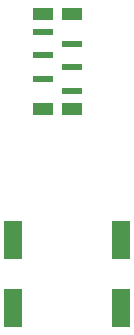
<source format=gtp>
G04 #@! TF.GenerationSoftware,KiCad,Pcbnew,(5.1.9)-1*
G04 #@! TF.CreationDate,2023-02-03T00:57:47+01:00*
G04 #@! TF.ProjectId,Base,42617365-2e6b-4696-9361-645f70636258,rev?*
G04 #@! TF.SameCoordinates,Original*
G04 #@! TF.FileFunction,Paste,Top*
G04 #@! TF.FilePolarity,Positive*
%FSLAX46Y46*%
G04 Gerber Fmt 4.6, Leading zero omitted, Abs format (unit mm)*
G04 Created by KiCad (PCBNEW (5.1.9)-1) date 2023-02-03 00:57:47*
%MOMM*%
%LPD*%
G01*
G04 APERTURE LIST*
%ADD10R,1.800000X1.000000*%
%ADD11R,1.800000X0.600000*%
%ADD12R,1.600000X3.200000*%
G04 APERTURE END LIST*
D10*
X28750000Y-60000000D03*
X31250000Y-52000000D03*
X28750000Y-52000000D03*
X31250000Y-60000000D03*
D11*
X31250000Y-54500000D03*
X28750000Y-53500000D03*
X31250000Y-56500000D03*
X28750000Y-55500000D03*
X28750000Y-57500000D03*
X31250000Y-58500000D03*
D12*
X35400000Y-76900000D03*
X35400000Y-71100000D03*
X26200000Y-71100000D03*
X26200000Y-76900000D03*
M02*

</source>
